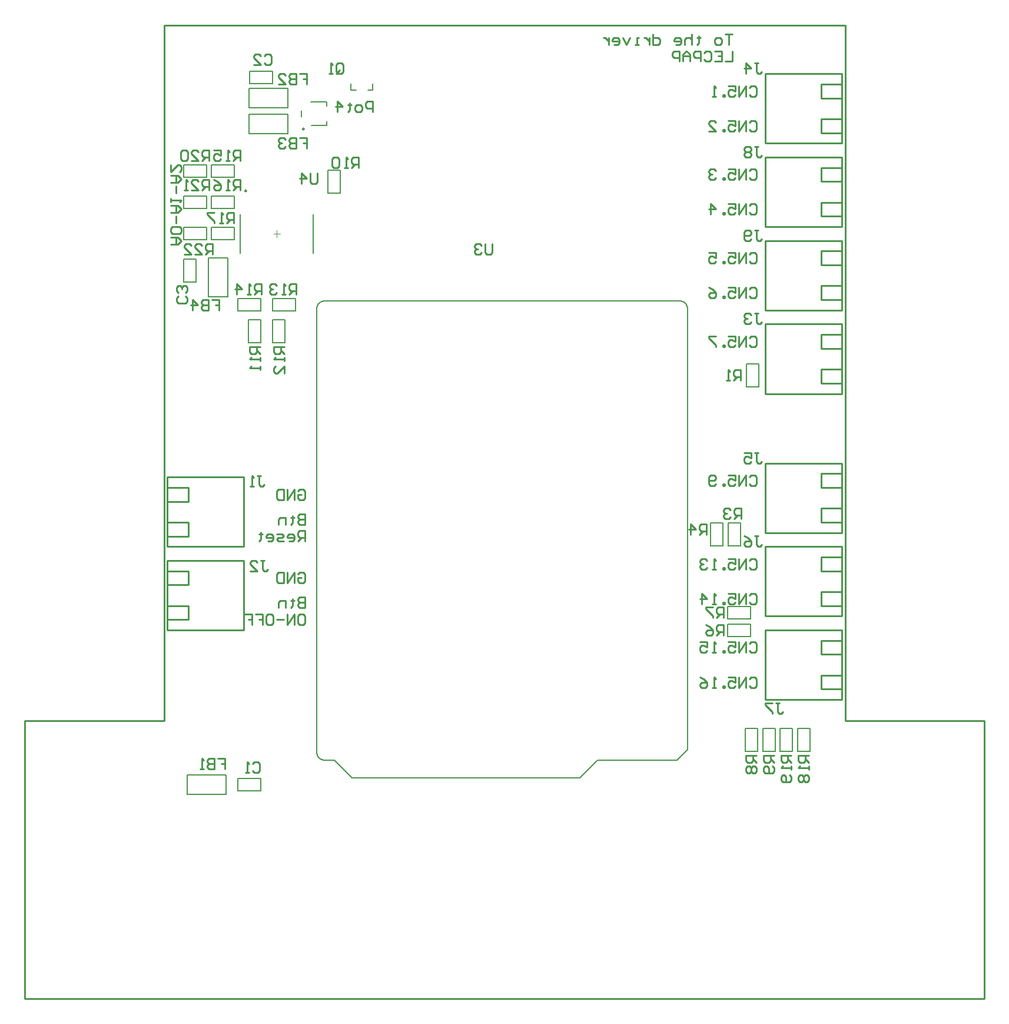
<source format=gbo>
G04 Layer_Color=32896*
%FSLAX44Y44*%
%MOMM*%
G71*
G01*
G75*
%ADD17C,0.2540*%
%ADD18C,0.1000*%
%ADD37C,0.2500*%
%ADD38C,0.2032*%
%ADD39C,0.2000*%
%ADD57C,0.1270*%
D17*
X205000Y735000D02*
X235000D01*
Y715000D02*
Y735000D01*
X205000Y715000D02*
X235000D01*
X205000Y665000D02*
X235000D01*
Y685000D01*
X205000D02*
X235000D01*
X205000Y650000D02*
Y750000D01*
X315000D01*
Y650000D02*
Y750000D01*
X205000Y650000D02*
X315000D01*
X205000Y615000D02*
X235000D01*
Y595000D02*
Y615000D01*
X205000Y595000D02*
X235000D01*
X205000Y545000D02*
X235000D01*
Y565000D01*
X205000D02*
X235000D01*
X205000Y530000D02*
Y630000D01*
X315000D01*
Y530000D02*
Y630000D01*
X205000Y530000D02*
X315000D01*
X1145000Y885000D02*
X1175000D01*
X1145000D02*
Y905000D01*
X1175000D01*
X1145000Y955000D02*
X1175000D01*
X1145000Y935000D02*
Y955000D01*
Y935000D02*
X1175000D01*
Y870000D02*
Y970000D01*
X1065000Y870000D02*
X1175000D01*
X1065000D02*
Y970000D01*
X1175000D01*
X1145000Y1245000D02*
X1175000D01*
X1145000D02*
Y1265000D01*
X1175000D01*
X1145000Y1315000D02*
X1175000D01*
X1145000Y1295000D02*
Y1315000D01*
Y1295000D02*
X1175000D01*
Y1230000D02*
Y1330000D01*
X1065000Y1230000D02*
X1175000D01*
X1065000D02*
Y1330000D01*
X1175000D01*
X1145000Y685000D02*
X1175000D01*
X1145000D02*
Y705000D01*
X1175000D01*
X1145000Y755000D02*
X1175000D01*
X1145000Y735000D02*
Y755000D01*
Y735000D02*
X1175000D01*
Y670000D02*
Y770000D01*
X1065000Y670000D02*
X1175000D01*
X1065000D02*
Y770000D01*
X1175000D01*
X1145000Y565000D02*
X1175000D01*
X1145000D02*
Y585000D01*
X1175000D01*
X1145000Y635000D02*
X1175000D01*
X1145000Y615000D02*
Y635000D01*
Y615000D02*
X1175000D01*
Y550000D02*
Y650000D01*
X1065000Y550000D02*
X1175000D01*
X1065000D02*
Y650000D01*
X1175000D01*
X1145000Y445000D02*
X1175000D01*
X1145000D02*
Y465000D01*
X1175000D01*
X1145000Y515000D02*
X1175000D01*
X1145000Y495000D02*
Y515000D01*
Y495000D02*
X1175000D01*
Y430000D02*
Y530000D01*
X1065000Y430000D02*
X1175000D01*
X1065000D02*
Y530000D01*
X1175000D01*
X1145000Y1125000D02*
X1175000D01*
X1145000D02*
Y1145000D01*
X1175000D01*
X1145000Y1195000D02*
X1175000D01*
X1145000Y1175000D02*
Y1195000D01*
Y1175000D02*
X1175000D01*
Y1110000D02*
Y1210000D01*
X1065000Y1110000D02*
X1175000D01*
X1065000D02*
Y1210000D01*
X1175000D01*
X1145000Y1005000D02*
X1175000D01*
X1145000D02*
Y1025000D01*
X1175000D01*
X1145000Y1075000D02*
X1175000D01*
X1145000Y1055000D02*
Y1075000D01*
Y1055000D02*
X1175000D01*
Y990000D02*
Y1090000D01*
X1065000Y990000D02*
X1175000D01*
X1065000D02*
Y1090000D01*
X1175000D01*
X402460Y697153D02*
Y681918D01*
X394842D01*
X392303Y684457D01*
Y686997D01*
X394842Y689536D01*
X402460D01*
X394842D01*
X392303Y692075D01*
Y694614D01*
X394842Y697153D01*
X402460D01*
X384686Y694614D02*
Y692075D01*
X387225D01*
X382147D01*
X384686D01*
Y684457D01*
X382147Y681918D01*
X374529D02*
Y692075D01*
X366912D01*
X364372Y689536D01*
Y681918D01*
X402460Y657540D02*
Y672775D01*
X394842D01*
X392303Y670236D01*
Y665158D01*
X394842Y662618D01*
X402460D01*
X397382D02*
X392303Y657540D01*
X379607D02*
X384686D01*
X387225Y660079D01*
Y665158D01*
X384686Y667697D01*
X379607D01*
X377068Y665158D01*
Y662618D01*
X387225D01*
X371990Y657540D02*
X364372D01*
X361833Y660079D01*
X364372Y662618D01*
X369451D01*
X371990Y665158D01*
X369451Y667697D01*
X361833D01*
X349137Y657540D02*
X354216D01*
X356755Y660079D01*
Y665158D01*
X354216Y667697D01*
X349137D01*
X346598Y665158D01*
Y662618D01*
X356755D01*
X338980Y670236D02*
Y667697D01*
X341520D01*
X336441D01*
X338980D01*
Y660079D01*
X336441Y657540D01*
X1017460Y1387153D02*
X1007303D01*
X1012382D01*
Y1371918D01*
X999686D02*
X994607D01*
X992068Y1374457D01*
Y1379536D01*
X994607Y1382075D01*
X999686D01*
X1002225Y1379536D01*
Y1374457D01*
X999686Y1371918D01*
X969216Y1384614D02*
Y1382075D01*
X971755D01*
X966676D01*
X969216D01*
Y1374457D01*
X966676Y1371918D01*
X959059Y1387153D02*
Y1371918D01*
Y1379536D01*
X956520Y1382075D01*
X951441D01*
X948902Y1379536D01*
Y1371918D01*
X936206D02*
X941285D01*
X943824Y1374457D01*
Y1379536D01*
X941285Y1382075D01*
X936206D01*
X933667Y1379536D01*
Y1376996D01*
X943824D01*
X903197Y1387153D02*
Y1371918D01*
X910815D01*
X913354Y1374457D01*
Y1379536D01*
X910815Y1382075D01*
X903197D01*
X898119D02*
Y1371918D01*
Y1376996D01*
X895579Y1379536D01*
X893040Y1382075D01*
X890501D01*
X882884Y1371918D02*
X877805D01*
X880344D01*
Y1382075D01*
X882884D01*
X870188D02*
X865109Y1371918D01*
X860031Y1382075D01*
X847335Y1371918D02*
X852413D01*
X854953Y1374457D01*
Y1379536D01*
X852413Y1382075D01*
X847335D01*
X844796Y1379536D01*
Y1376996D01*
X854953D01*
X839717Y1382075D02*
Y1371918D01*
Y1376996D01*
X837178Y1379536D01*
X834639Y1382075D01*
X832100D01*
X1017460Y1362775D02*
Y1347540D01*
X1007303D01*
X992068Y1362775D02*
X1002225D01*
Y1347540D01*
X992068D01*
X1002225Y1355157D02*
X997147D01*
X976833Y1360236D02*
X979372Y1362775D01*
X984451D01*
X986990Y1360236D01*
Y1350079D01*
X984451Y1347540D01*
X979372D01*
X976833Y1350079D01*
X971755Y1347540D02*
Y1362775D01*
X964137D01*
X961598Y1360236D01*
Y1355157D01*
X964137Y1352618D01*
X971755D01*
X956520Y1347540D02*
Y1357697D01*
X951441Y1362775D01*
X946363Y1357697D01*
Y1347540D01*
Y1355157D01*
X956520D01*
X941285Y1347540D02*
Y1362775D01*
X933667D01*
X931128Y1360236D01*
Y1355157D01*
X933667Y1352618D01*
X941285D01*
X402460Y577153D02*
Y561918D01*
X394842D01*
X392303Y564457D01*
Y566996D01*
X394842Y569536D01*
X402460D01*
X394842D01*
X392303Y572075D01*
Y574614D01*
X394842Y577153D01*
X402460D01*
X384686Y574614D02*
Y572075D01*
X387225D01*
X382147D01*
X384686D01*
Y564457D01*
X382147Y561918D01*
X374529D02*
Y572075D01*
X366912D01*
X364372Y569536D01*
Y561918D01*
X394842Y552775D02*
X399921D01*
X402460Y550236D01*
Y540079D01*
X399921Y537540D01*
X394842D01*
X392303Y540079D01*
Y550236D01*
X394842Y552775D01*
X387225Y537540D02*
Y552775D01*
X377068Y537540D01*
Y552775D01*
X371990Y545158D02*
X361833D01*
X349137Y552775D02*
X354216D01*
X356755Y550236D01*
Y540079D01*
X354216Y537540D01*
X349137D01*
X346598Y540079D01*
Y550236D01*
X349137Y552775D01*
X331363D02*
X341520D01*
Y545158D01*
X336441D01*
X341520D01*
Y537540D01*
X316128Y552775D02*
X326285D01*
Y545158D01*
X321206D01*
X326285D01*
Y537540D01*
X672000Y1085235D02*
Y1072539D01*
X669461Y1070000D01*
X664382D01*
X661843Y1072539D01*
Y1085235D01*
X656765Y1082696D02*
X654226Y1085235D01*
X649147D01*
X646608Y1082696D01*
Y1080157D01*
X649147Y1077617D01*
X651687D01*
X649147D01*
X646608Y1075078D01*
Y1072539D01*
X649147Y1070000D01*
X654226D01*
X656765Y1072539D01*
X420374Y1186941D02*
Y1174245D01*
X417835Y1171706D01*
X412757D01*
X410217Y1174245D01*
Y1186941D01*
X397521Y1171706D02*
Y1186941D01*
X405139Y1179324D01*
X394982D01*
X270000Y1070000D02*
Y1085235D01*
X262383D01*
X259843Y1082696D01*
Y1077618D01*
X262383Y1075078D01*
X270000D01*
X264922D02*
X259843Y1070000D01*
X244608D02*
X254765D01*
X244608Y1080157D01*
Y1082696D01*
X247147Y1085235D01*
X252226D01*
X254765Y1082696D01*
X229373Y1070000D02*
X239530D01*
X229373Y1080157D01*
Y1082696D01*
X231912Y1085235D01*
X236991D01*
X239530Y1082696D01*
X265000Y1162500D02*
Y1177735D01*
X257382D01*
X254843Y1175196D01*
Y1170117D01*
X257382Y1167578D01*
X265000D01*
X259922D02*
X254843Y1162500D01*
X239608D02*
X249765D01*
X239608Y1172657D01*
Y1175196D01*
X242147Y1177735D01*
X247226D01*
X249765Y1175196D01*
X234530Y1162500D02*
X229452D01*
X231991D01*
Y1177735D01*
X234530Y1175196D01*
X265000Y1205000D02*
Y1220235D01*
X257383D01*
X254843Y1217696D01*
Y1212618D01*
X257383Y1210078D01*
X265000D01*
X259922D02*
X254843Y1205000D01*
X239608D02*
X249765D01*
X239608Y1215157D01*
Y1217696D01*
X242147Y1220235D01*
X247226D01*
X249765Y1217696D01*
X234530D02*
X231991Y1220235D01*
X226912D01*
X224373Y1217696D01*
Y1207539D01*
X226912Y1205000D01*
X231991D01*
X234530Y1207539D01*
Y1217696D01*
X1102500Y350000D02*
X1087265D01*
Y342383D01*
X1089804Y339843D01*
X1094883D01*
X1097422Y342383D01*
Y350000D01*
Y344922D02*
X1102500Y339843D01*
Y334765D02*
Y329687D01*
Y332226D01*
X1087265D01*
X1089804Y334765D01*
X1099961Y322069D02*
X1102500Y319530D01*
Y314452D01*
X1099961Y311912D01*
X1089804D01*
X1087265Y314452D01*
Y319530D01*
X1089804Y322069D01*
X1092343D01*
X1094883Y319530D01*
Y311912D01*
X1127500Y350000D02*
X1112265D01*
Y342383D01*
X1114804Y339843D01*
X1119883D01*
X1122422Y342383D01*
Y350000D01*
Y344922D02*
X1127500Y339843D01*
Y334765D02*
Y329687D01*
Y332226D01*
X1112265D01*
X1114804Y334765D01*
Y322069D02*
X1112265Y319530D01*
Y314452D01*
X1114804Y311912D01*
X1117343D01*
X1119883Y314452D01*
X1122422Y311912D01*
X1124961D01*
X1127500Y314452D01*
Y319530D01*
X1124961Y322069D01*
X1122422D01*
X1119883Y319530D01*
X1117343Y322069D01*
X1114804D01*
X1119883Y319530D02*
Y314452D01*
X300000Y1115000D02*
Y1130235D01*
X292383D01*
X289843Y1127696D01*
Y1122618D01*
X292383Y1120078D01*
X300000D01*
X294922D02*
X289843Y1115000D01*
X284765D02*
X279687D01*
X282226D01*
Y1130235D01*
X284765Y1127696D01*
X272069Y1130235D02*
X261912D01*
Y1127696D01*
X272069Y1117539D01*
Y1115000D01*
X310000Y1162500D02*
Y1177735D01*
X302383D01*
X299843Y1175196D01*
Y1170117D01*
X302383Y1167578D01*
X310000D01*
X304922D02*
X299843Y1162500D01*
X294765D02*
X289687D01*
X292226D01*
Y1177735D01*
X294765Y1175196D01*
X271912Y1177735D02*
X276991Y1175196D01*
X282069Y1170117D01*
Y1165039D01*
X279530Y1162500D01*
X274452D01*
X271912Y1165039D01*
Y1167578D01*
X274452Y1170117D01*
X282069D01*
X310000Y1205000D02*
Y1220235D01*
X302383D01*
X299843Y1217696D01*
Y1212618D01*
X302383Y1210078D01*
X310000D01*
X304922D02*
X299843Y1205000D01*
X294765D02*
X289687D01*
X292226D01*
Y1220235D01*
X294765Y1217696D01*
X271912Y1220235D02*
X282069D01*
Y1212618D01*
X276991Y1215157D01*
X274452D01*
X271912Y1212618D01*
Y1207539D01*
X274452Y1205000D01*
X279530D01*
X282069Y1207539D01*
X340000Y1012500D02*
Y1027735D01*
X332383D01*
X329843Y1025196D01*
Y1020118D01*
X332383Y1017578D01*
X340000D01*
X334922D02*
X329843Y1012500D01*
X324765D02*
X319687D01*
X322226D01*
Y1027735D01*
X324765Y1025196D01*
X304452Y1012500D02*
Y1027735D01*
X312069Y1020118D01*
X301912D01*
X390000Y1012500D02*
Y1027735D01*
X382383D01*
X379843Y1025196D01*
Y1020118D01*
X382383Y1017578D01*
X390000D01*
X384922D02*
X379843Y1012500D01*
X374765D02*
X369687D01*
X372226D01*
Y1027735D01*
X374765Y1025196D01*
X362069D02*
X359530Y1027735D01*
X354451D01*
X351912Y1025196D01*
Y1022657D01*
X354451Y1020118D01*
X356991D01*
X354451D01*
X351912Y1017578D01*
Y1015039D01*
X354451Y1012500D01*
X359530D01*
X362069Y1015039D01*
X373000Y937000D02*
X357765D01*
Y929382D01*
X360304Y926843D01*
X365382D01*
X367922Y929382D01*
Y937000D01*
Y931922D02*
X373000Y926843D01*
Y921765D02*
Y916687D01*
Y919226D01*
X357765D01*
X360304Y921765D01*
X373000Y898912D02*
Y909069D01*
X362843Y898912D01*
X360304D01*
X357765Y901451D01*
Y906530D01*
X360304Y909069D01*
X338000Y937000D02*
X322765D01*
Y929382D01*
X325304Y926843D01*
X330382D01*
X332922Y929382D01*
Y937000D01*
Y931922D02*
X338000Y926843D01*
Y921765D02*
Y916687D01*
Y919226D01*
X322765D01*
X325304Y921765D01*
X338000Y909069D02*
Y903991D01*
Y906530D01*
X322765D01*
X325304Y909069D01*
X480000Y1195000D02*
Y1210235D01*
X472383D01*
X469843Y1207696D01*
Y1202617D01*
X472383Y1200078D01*
X480000D01*
X474922D02*
X469843Y1195000D01*
X464765D02*
X459687D01*
X462226D01*
Y1210235D01*
X464765Y1207696D01*
X452069D02*
X449530Y1210235D01*
X444451D01*
X441912Y1207696D01*
Y1197539D01*
X444451Y1195000D01*
X449530D01*
X452069Y1197539D01*
Y1207696D01*
X1077500Y350000D02*
X1062265D01*
Y342383D01*
X1064804Y339843D01*
X1069883D01*
X1072422Y342383D01*
Y350000D01*
Y344922D02*
X1077500Y339843D01*
X1074961Y334765D02*
X1077500Y332226D01*
Y327147D01*
X1074961Y324608D01*
X1064804D01*
X1062265Y327147D01*
Y332226D01*
X1064804Y334765D01*
X1067343D01*
X1069883Y332226D01*
Y324608D01*
X1052500Y350000D02*
X1037265D01*
Y342383D01*
X1039804Y339843D01*
X1044883D01*
X1047422Y342383D01*
Y350000D01*
Y344922D02*
X1052500Y339843D01*
X1039804Y334765D02*
X1037265Y332226D01*
Y327147D01*
X1039804Y324608D01*
X1042343D01*
X1044883Y327147D01*
X1047422Y324608D01*
X1049961D01*
X1052500Y327147D01*
Y332226D01*
X1049961Y334765D01*
X1047422D01*
X1044883Y332226D01*
X1042343Y334765D01*
X1039804D01*
X1044883Y332226D02*
Y327147D01*
X1005000Y547500D02*
Y562735D01*
X997383D01*
X994843Y560196D01*
Y555118D01*
X997383Y552578D01*
X1005000D01*
X999922D02*
X994843Y547500D01*
X989765Y562735D02*
X979608D01*
Y560196D01*
X989765Y550039D01*
Y547500D01*
X1005000Y522500D02*
Y537735D01*
X997383D01*
X994843Y535196D01*
Y530118D01*
X997383Y527578D01*
X1005000D01*
X999922D02*
X994843Y522500D01*
X979608Y537735D02*
X984687Y535196D01*
X989765Y530118D01*
Y525039D01*
X987226Y522500D01*
X982147D01*
X979608Y525039D01*
Y527578D01*
X982147Y530118D01*
X989765D01*
X980000Y667500D02*
Y682735D01*
X972383D01*
X969843Y680196D01*
Y675118D01*
X972383Y672578D01*
X980000D01*
X974922D02*
X969843Y667500D01*
X957147D02*
Y682735D01*
X964765Y675118D01*
X954608D01*
X1030000Y690000D02*
Y705235D01*
X1022383D01*
X1019843Y702696D01*
Y697618D01*
X1022383Y695078D01*
X1030000D01*
X1024922D02*
X1019843Y690000D01*
X1014765Y702696D02*
X1012226Y705235D01*
X1007147D01*
X1004608Y702696D01*
Y700157D01*
X1007147Y697618D01*
X1009687D01*
X1007147D01*
X1004608Y695078D01*
Y692539D01*
X1007147Y690000D01*
X1012226D01*
X1014765Y692539D01*
X1029000Y889000D02*
Y904235D01*
X1021383D01*
X1018843Y901696D01*
Y896618D01*
X1021383Y894078D01*
X1029000D01*
X1023922D02*
X1018843Y889000D01*
X1013765D02*
X1008687D01*
X1011226D01*
Y904235D01*
X1013765Y901696D01*
X447843Y1332539D02*
Y1342696D01*
X450382Y1345235D01*
X455461D01*
X458000Y1342696D01*
Y1332539D01*
X455461Y1330000D01*
X450382D01*
X452922Y1335078D02*
X447843Y1330000D01*
X450382D02*
X447843Y1332539D01*
X442765Y1330000D02*
X437687D01*
X440226D01*
Y1345235D01*
X442765Y1342696D01*
X500000Y1275000D02*
Y1290235D01*
X492383D01*
X489843Y1287696D01*
Y1282617D01*
X492383Y1280078D01*
X500000D01*
X482226Y1275000D02*
X477147D01*
X474608Y1277539D01*
Y1282617D01*
X477147Y1285157D01*
X482226D01*
X484765Y1282617D01*
Y1277539D01*
X482226Y1275000D01*
X466991Y1287696D02*
Y1285157D01*
X469530D01*
X464451D01*
X466991D01*
Y1277539D01*
X464451Y1275000D01*
X449216D02*
Y1290235D01*
X456834Y1282617D01*
X446677D01*
X1049843Y1105235D02*
X1054922D01*
X1052383D01*
Y1092539D01*
X1054922Y1090000D01*
X1057461D01*
X1060000Y1092539D01*
X1044765D02*
X1042226Y1090000D01*
X1037147D01*
X1034608Y1092539D01*
Y1102696D01*
X1037147Y1105235D01*
X1042226D01*
X1044765Y1102696D01*
Y1100157D01*
X1042226Y1097618D01*
X1034608D01*
X1049843Y1225235D02*
X1054922D01*
X1052383D01*
Y1212539D01*
X1054922Y1210000D01*
X1057461D01*
X1060000Y1212539D01*
X1044765Y1222696D02*
X1042226Y1225235D01*
X1037147D01*
X1034608Y1222696D01*
Y1220157D01*
X1037147Y1217618D01*
X1034608Y1215078D01*
Y1212539D01*
X1037147Y1210000D01*
X1042226D01*
X1044765Y1212539D01*
Y1215078D01*
X1042226Y1217618D01*
X1044765Y1220157D01*
Y1222696D01*
X1042226Y1217618D02*
X1037147D01*
X1079843Y425235D02*
X1084922D01*
X1082383D01*
Y412539D01*
X1084922Y410000D01*
X1087461D01*
X1090000Y412539D01*
X1074765Y425235D02*
X1064608D01*
Y422696D01*
X1074765Y412539D01*
Y410000D01*
X1049843Y665235D02*
X1054922D01*
X1052383D01*
Y652539D01*
X1054922Y650000D01*
X1057461D01*
X1060000Y652539D01*
X1034608Y665235D02*
X1039687Y662696D01*
X1044765Y657618D01*
Y652539D01*
X1042226Y650000D01*
X1037147D01*
X1034608Y652539D01*
Y655078D01*
X1037147Y657618D01*
X1044765D01*
X1049843Y785235D02*
X1054922D01*
X1052383D01*
Y772539D01*
X1054922Y770000D01*
X1057461D01*
X1060000Y772539D01*
X1034608Y785235D02*
X1044765D01*
Y777618D01*
X1039687Y780157D01*
X1037147D01*
X1034608Y777618D01*
Y772539D01*
X1037147Y770000D01*
X1042226D01*
X1044765Y772539D01*
X1049843Y1345235D02*
X1054922D01*
X1052383D01*
Y1332539D01*
X1054922Y1330000D01*
X1057461D01*
X1060000Y1332539D01*
X1037147Y1330000D02*
Y1345235D01*
X1044765Y1337618D01*
X1034608D01*
X1049843Y985235D02*
X1054922D01*
X1052383D01*
Y972539D01*
X1054922Y970000D01*
X1057461D01*
X1060000Y972539D01*
X1044765Y982696D02*
X1042226Y985235D01*
X1037147D01*
X1034608Y982696D01*
Y980157D01*
X1037147Y977618D01*
X1039687D01*
X1037147D01*
X1034608Y975078D01*
Y972539D01*
X1037147Y970000D01*
X1042226D01*
X1044765Y972539D01*
X338843Y630235D02*
X343922D01*
X341382D01*
Y617539D01*
X343922Y615000D01*
X346461D01*
X349000Y617539D01*
X323608Y615000D02*
X333765D01*
X323608Y625157D01*
Y627696D01*
X326147Y630235D01*
X331226D01*
X333765Y627696D01*
X333843Y752235D02*
X338922D01*
X336382D01*
Y739539D01*
X338922Y737000D01*
X341461D01*
X344000Y739539D01*
X328765Y737000D02*
X323687D01*
X326226D01*
Y752235D01*
X328765Y749696D01*
X268843Y1005235D02*
X279000D01*
Y997617D01*
X273922D01*
X279000D01*
Y990000D01*
X263765Y1005235D02*
Y990000D01*
X256147D01*
X253608Y992539D01*
Y995078D01*
X256147Y997617D01*
X263765D01*
X256147D01*
X253608Y1000157D01*
Y1002696D01*
X256147Y1005235D01*
X263765D01*
X240912Y990000D02*
Y1005235D01*
X248530Y997617D01*
X238373D01*
X394843Y1238235D02*
X405000D01*
Y1230618D01*
X399922D01*
X405000D01*
Y1223000D01*
X389765Y1238235D02*
Y1223000D01*
X382147D01*
X379608Y1225539D01*
Y1228078D01*
X382147Y1230618D01*
X389765D01*
X382147D01*
X379608Y1233157D01*
Y1235696D01*
X382147Y1238235D01*
X389765D01*
X374530Y1235696D02*
X371991Y1238235D01*
X366912D01*
X364373Y1235696D01*
Y1233157D01*
X366912Y1230618D01*
X369451D01*
X366912D01*
X364373Y1228078D01*
Y1225539D01*
X366912Y1223000D01*
X371991D01*
X374530Y1225539D01*
X394843Y1330235D02*
X405000D01*
Y1322617D01*
X399922D01*
X405000D01*
Y1315000D01*
X389765Y1330235D02*
Y1315000D01*
X382147D01*
X379608Y1317539D01*
Y1320078D01*
X382147Y1322617D01*
X389765D01*
X382147D01*
X379608Y1325157D01*
Y1327696D01*
X382147Y1330235D01*
X389765D01*
X364373Y1315000D02*
X374530D01*
X364373Y1325157D01*
Y1327696D01*
X366912Y1330235D01*
X371991D01*
X374530Y1327696D01*
X277173Y345753D02*
X287330D01*
Y338135D01*
X282252D01*
X287330D01*
Y330518D01*
X272095Y345753D02*
Y330518D01*
X264477D01*
X261938Y333057D01*
Y335596D01*
X264477Y338135D01*
X272095D01*
X264477D01*
X261938Y340675D01*
Y343214D01*
X264477Y345753D01*
X272095D01*
X256860Y330518D02*
X251782D01*
X254321D01*
Y345753D01*
X256860Y343214D01*
X230696Y1010157D02*
X233235Y1007617D01*
Y1002539D01*
X230696Y1000000D01*
X220539D01*
X218000Y1002539D01*
Y1007617D01*
X220539Y1010157D01*
X230696Y1015235D02*
X233235Y1017774D01*
Y1022853D01*
X230696Y1025392D01*
X228157D01*
X225618Y1022853D01*
Y1020313D01*
Y1022853D01*
X223078Y1025392D01*
X220539D01*
X218000Y1022853D01*
Y1017774D01*
X220539Y1015235D01*
X344429Y1355332D02*
X346968Y1357871D01*
X352047D01*
X354586Y1355332D01*
Y1345175D01*
X352047Y1342636D01*
X346968D01*
X344429Y1345175D01*
X329194Y1342636D02*
X339351D01*
X329194Y1352793D01*
Y1355332D01*
X331733Y1357871D01*
X336812D01*
X339351Y1355332D01*
X327721Y338294D02*
X330261Y340833D01*
X335339D01*
X337878Y338294D01*
Y328137D01*
X335339Y325598D01*
X330261D01*
X327721Y328137D01*
X322643Y325598D02*
X317565D01*
X320104D01*
Y340833D01*
X322643Y338294D01*
X1042343Y1310196D02*
X1044883Y1312735D01*
X1049961D01*
X1052500Y1310196D01*
Y1300039D01*
X1049961Y1297500D01*
X1044883D01*
X1042343Y1300039D01*
X1037265Y1297500D02*
Y1312735D01*
X1027108Y1297500D01*
Y1312735D01*
X1011873D02*
X1022030D01*
Y1305118D01*
X1016952Y1307657D01*
X1014412D01*
X1011873Y1305118D01*
Y1300039D01*
X1014412Y1297500D01*
X1019491D01*
X1022030Y1300039D01*
X1006795Y1297500D02*
Y1300039D01*
X1004256D01*
Y1297500D01*
X1006795D01*
X994099D02*
X989021D01*
X991560D01*
Y1312735D01*
X994099Y1310196D01*
X1042343Y1190196D02*
X1044883Y1192735D01*
X1049961D01*
X1052500Y1190196D01*
Y1180039D01*
X1049961Y1177500D01*
X1044883D01*
X1042343Y1180039D01*
X1037265Y1177500D02*
Y1192735D01*
X1027108Y1177500D01*
Y1192735D01*
X1011873D02*
X1022030D01*
Y1185118D01*
X1016952Y1187657D01*
X1014412D01*
X1011873Y1185118D01*
Y1180039D01*
X1014412Y1177500D01*
X1019491D01*
X1022030Y1180039D01*
X1006795Y1177500D02*
Y1180039D01*
X1004256D01*
Y1177500D01*
X1006795D01*
X994099Y1190196D02*
X991560Y1192735D01*
X986481D01*
X983942Y1190196D01*
Y1187657D01*
X986481Y1185118D01*
X989021D01*
X986481D01*
X983942Y1182578D01*
Y1180039D01*
X986481Y1177500D01*
X991560D01*
X994099Y1180039D01*
X1042343Y1140196D02*
X1044883Y1142735D01*
X1049961D01*
X1052500Y1140196D01*
Y1130039D01*
X1049961Y1127500D01*
X1044883D01*
X1042343Y1130039D01*
X1037265Y1127500D02*
Y1142735D01*
X1027108Y1127500D01*
Y1142735D01*
X1011873D02*
X1022030D01*
Y1135118D01*
X1016952Y1137657D01*
X1014412D01*
X1011873Y1135118D01*
Y1130039D01*
X1014412Y1127500D01*
X1019491D01*
X1022030Y1130039D01*
X1006795Y1127500D02*
Y1130039D01*
X1004256D01*
Y1127500D01*
X1006795D01*
X986481D02*
Y1142735D01*
X994099Y1135118D01*
X983942D01*
X1042343Y1070196D02*
X1044883Y1072735D01*
X1049961D01*
X1052500Y1070196D01*
Y1060039D01*
X1049961Y1057500D01*
X1044883D01*
X1042343Y1060039D01*
X1037265Y1057500D02*
Y1072735D01*
X1027108Y1057500D01*
Y1072735D01*
X1011873D02*
X1022030D01*
Y1065118D01*
X1016952Y1067657D01*
X1014412D01*
X1011873Y1065118D01*
Y1060039D01*
X1014412Y1057500D01*
X1019491D01*
X1022030Y1060039D01*
X1006795Y1057500D02*
Y1060039D01*
X1004256D01*
Y1057500D01*
X1006795D01*
X983942Y1072735D02*
X994099D01*
Y1065118D01*
X989021Y1067657D01*
X986481D01*
X983942Y1065118D01*
Y1060039D01*
X986481Y1057500D01*
X991560D01*
X994099Y1060039D01*
X1042343Y1020196D02*
X1044883Y1022735D01*
X1049961D01*
X1052500Y1020196D01*
Y1010039D01*
X1049961Y1007500D01*
X1044883D01*
X1042343Y1010039D01*
X1037265Y1007500D02*
Y1022735D01*
X1027108Y1007500D01*
Y1022735D01*
X1011873D02*
X1022030D01*
Y1015118D01*
X1016952Y1017657D01*
X1014412D01*
X1011873Y1015118D01*
Y1010039D01*
X1014412Y1007500D01*
X1019491D01*
X1022030Y1010039D01*
X1006795Y1007500D02*
Y1010039D01*
X1004256D01*
Y1007500D01*
X1006795D01*
X983942Y1022735D02*
X989021Y1020196D01*
X994099Y1015118D01*
Y1010039D01*
X991560Y1007500D01*
X986481D01*
X983942Y1010039D01*
Y1012578D01*
X986481Y1015118D01*
X994099D01*
X1042343Y950196D02*
X1044883Y952735D01*
X1049961D01*
X1052500Y950196D01*
Y940039D01*
X1049961Y937500D01*
X1044883D01*
X1042343Y940039D01*
X1037265Y937500D02*
Y952735D01*
X1027108Y937500D01*
Y952735D01*
X1011873D02*
X1022030D01*
Y945118D01*
X1016952Y947657D01*
X1014412D01*
X1011873Y945118D01*
Y940039D01*
X1014412Y937500D01*
X1019491D01*
X1022030Y940039D01*
X1006795Y937500D02*
Y940039D01*
X1004256D01*
Y937500D01*
X1006795D01*
X994099Y952735D02*
X983942D01*
Y950196D01*
X994099Y940039D01*
Y937500D01*
X1042343Y750196D02*
X1044883Y752735D01*
X1049961D01*
X1052500Y750196D01*
Y740039D01*
X1049961Y737500D01*
X1044883D01*
X1042343Y740039D01*
X1037265Y737500D02*
Y752735D01*
X1027108Y737500D01*
Y752735D01*
X1011873D02*
X1022030D01*
Y745118D01*
X1016952Y747657D01*
X1014412D01*
X1011873Y745118D01*
Y740039D01*
X1014412Y737500D01*
X1019491D01*
X1022030Y740039D01*
X1006795Y737500D02*
Y740039D01*
X1004256D01*
Y737500D01*
X1006795D01*
X994099Y740039D02*
X991560Y737500D01*
X986481D01*
X983942Y740039D01*
Y750196D01*
X986481Y752735D01*
X991560D01*
X994099Y750196D01*
Y747657D01*
X991560Y745118D01*
X983942D01*
X1042343Y630196D02*
X1044883Y632735D01*
X1049961D01*
X1052500Y630196D01*
Y620039D01*
X1049961Y617500D01*
X1044883D01*
X1042343Y620039D01*
X1037265Y617500D02*
Y632735D01*
X1027108Y617500D01*
Y632735D01*
X1011873D02*
X1022030D01*
Y625118D01*
X1016952Y627657D01*
X1014412D01*
X1011873Y625118D01*
Y620039D01*
X1014412Y617500D01*
X1019491D01*
X1022030Y620039D01*
X1006795Y617500D02*
Y620039D01*
X1004256D01*
Y617500D01*
X1006795D01*
X994099D02*
X989021D01*
X991560D01*
Y632735D01*
X994099Y630196D01*
X981403D02*
X978864Y632735D01*
X973785D01*
X971246Y630196D01*
Y627657D01*
X973785Y625118D01*
X976325D01*
X973785D01*
X971246Y622578D01*
Y620039D01*
X973785Y617500D01*
X978864D01*
X981403Y620039D01*
X1042343Y580196D02*
X1044883Y582735D01*
X1049961D01*
X1052500Y580196D01*
Y570039D01*
X1049961Y567500D01*
X1044883D01*
X1042343Y570039D01*
X1037265Y567500D02*
Y582735D01*
X1027108Y567500D01*
Y582735D01*
X1011873D02*
X1022030D01*
Y575118D01*
X1016952Y577657D01*
X1014412D01*
X1011873Y575118D01*
Y570039D01*
X1014412Y567500D01*
X1019491D01*
X1022030Y570039D01*
X1006795Y567500D02*
Y570039D01*
X1004256D01*
Y567500D01*
X1006795D01*
X994099D02*
X989021D01*
X991560D01*
Y582735D01*
X994099Y580196D01*
X973785Y567500D02*
Y582735D01*
X981403Y575118D01*
X971246D01*
X1042343Y510196D02*
X1044883Y512735D01*
X1049961D01*
X1052500Y510196D01*
Y500039D01*
X1049961Y497500D01*
X1044883D01*
X1042343Y500039D01*
X1037265Y497500D02*
Y512735D01*
X1027108Y497500D01*
Y512735D01*
X1011873D02*
X1022030D01*
Y505118D01*
X1016952Y507657D01*
X1014412D01*
X1011873Y505118D01*
Y500039D01*
X1014412Y497500D01*
X1019491D01*
X1022030Y500039D01*
X1006795Y497500D02*
Y500039D01*
X1004256D01*
Y497500D01*
X1006795D01*
X994099D02*
X989021D01*
X991560D01*
Y512735D01*
X994099Y510196D01*
X971246Y512735D02*
X981403D01*
Y505118D01*
X976325Y507657D01*
X973785D01*
X971246Y505118D01*
Y500039D01*
X973785Y497500D01*
X978864D01*
X981403Y500039D01*
X1042343Y460196D02*
X1044883Y462735D01*
X1049961D01*
X1052500Y460196D01*
Y450039D01*
X1049961Y447500D01*
X1044883D01*
X1042343Y450039D01*
X1037265Y447500D02*
Y462735D01*
X1027108Y447500D01*
Y462735D01*
X1011873D02*
X1022030D01*
Y455118D01*
X1016952Y457657D01*
X1014412D01*
X1011873Y455118D01*
Y450039D01*
X1014412Y447500D01*
X1019491D01*
X1022030Y450039D01*
X1006795Y447500D02*
Y450039D01*
X1004256D01*
Y447500D01*
X1006795D01*
X994099D02*
X989021D01*
X991560D01*
Y462735D01*
X994099Y460196D01*
X971246Y462735D02*
X976325Y460196D01*
X981403Y455118D01*
Y450039D01*
X978864Y447500D01*
X973785D01*
X971246Y450039D01*
Y452578D01*
X973785Y455118D01*
X981403D01*
X210000Y1085000D02*
X220157D01*
X225235Y1090078D01*
X220157Y1095157D01*
X210000D01*
X217617D01*
Y1085000D01*
X222696Y1100235D02*
X225235Y1102774D01*
Y1107853D01*
X222696Y1110392D01*
X212539D01*
X210000Y1107853D01*
Y1102774D01*
X212539Y1100235D01*
X222696D01*
X217617Y1115470D02*
Y1125627D01*
X210000Y1130705D02*
X220157D01*
X225235Y1135784D01*
X220157Y1140862D01*
X210000D01*
X217617D01*
Y1130705D01*
X210000Y1145940D02*
Y1151019D01*
Y1148480D01*
X225235D01*
X222696Y1145940D01*
X217617Y1158636D02*
Y1168793D01*
X210000Y1173871D02*
X220157D01*
X225235Y1178950D01*
X220157Y1184028D01*
X210000D01*
X217617D01*
Y1173871D01*
X210000Y1199263D02*
Y1189106D01*
X220157Y1199263D01*
X222696D01*
X225235Y1196724D01*
Y1191646D01*
X222696Y1189106D01*
X392343Y730196D02*
X394883Y732735D01*
X399961D01*
X402500Y730196D01*
Y720039D01*
X399961Y717500D01*
X394883D01*
X392343Y720039D01*
Y725117D01*
X397422D01*
X387265Y717500D02*
Y732735D01*
X377108Y717500D01*
Y732735D01*
X372030D02*
Y717500D01*
X364412D01*
X361873Y720039D01*
Y730196D01*
X364412Y732735D01*
X372030D01*
X392343Y610196D02*
X394883Y612735D01*
X399961D01*
X402500Y610196D01*
Y600039D01*
X399961Y597500D01*
X394883D01*
X392343Y600039D01*
Y605117D01*
X397422D01*
X387265Y597500D02*
Y612735D01*
X377108Y597500D01*
Y612735D01*
X372030D02*
Y597500D01*
X364412D01*
X361873Y600039D01*
Y610196D01*
X364412Y612735D01*
X372030D01*
X1042343Y1260196D02*
X1044883Y1262735D01*
X1049961D01*
X1052500Y1260196D01*
Y1250039D01*
X1049961Y1247500D01*
X1044883D01*
X1042343Y1250039D01*
X1037265Y1247500D02*
Y1262735D01*
X1027108Y1247500D01*
Y1262735D01*
X1011873D02*
X1022030D01*
Y1255118D01*
X1016952Y1257657D01*
X1014412D01*
X1011873Y1255118D01*
Y1250039D01*
X1014412Y1247500D01*
X1019491D01*
X1022030Y1250039D01*
X1006795Y1247500D02*
Y1250039D01*
X1004256D01*
Y1247500D01*
X1006795D01*
X983942D02*
X994099D01*
X983942Y1257657D01*
Y1260196D01*
X986481Y1262735D01*
X991560D01*
X994099Y1260196D01*
X200000Y1400000D02*
X1180000D01*
Y400000D02*
X1380000D01*
X200000D02*
Y1400000D01*
X0Y400000D02*
X200000D01*
X0Y0D02*
Y400000D01*
Y-0D02*
X1380000D01*
X1180000Y400000D02*
Y1400000D01*
X1380000Y0D02*
Y400000D01*
D18*
X357500Y1100000D02*
X367500D01*
X362500Y1095000D02*
Y1105000D01*
D37*
X318800Y1161650D02*
G03*
X318800Y1161650I-1250J0D01*
G01*
X401750Y1250500D02*
G03*
X401750Y1250500I-1250J0D01*
G01*
D38*
X1086110Y355990D02*
X1103890D01*
X1086110D02*
Y389010D01*
X1103890D01*
Y355990D02*
Y389010D01*
X1111110D02*
X1128890D01*
Y355990D02*
Y389010D01*
X1111110Y355990D02*
X1128890D01*
X1111110D02*
Y389010D01*
X1061110Y355990D02*
X1078890D01*
X1061110D02*
Y389010D01*
X1078890D01*
Y355990D02*
Y389010D01*
X1036110D02*
X1053890D01*
Y355990D02*
Y389010D01*
X1036110Y355990D02*
X1053890D01*
X1036110D02*
Y389010D01*
X1010990Y546110D02*
Y563890D01*
X1044010D01*
Y546110D02*
Y563890D01*
X1010990Y546110D02*
X1044010D01*
Y521110D02*
Y538890D01*
X1010990Y521110D02*
X1044010D01*
X1010990D02*
Y538890D01*
X1044010D01*
X986110Y684010D02*
X1003890D01*
Y650990D02*
Y684010D01*
X986110Y650990D02*
X1003890D01*
X986110D02*
Y684010D01*
X1011110Y650990D02*
X1028890D01*
X1011110D02*
Y684010D01*
X1028890D01*
Y650990D02*
Y684010D01*
X1038110Y879490D02*
X1055890D01*
X1038110D02*
Y912510D01*
X1055890D01*
Y879490D02*
Y912510D01*
X469000Y1306500D02*
X476000D01*
X233060Y294030D02*
Y321970D01*
X288940D01*
X233060Y294030D02*
X288940D01*
Y321970D01*
X356010Y1316110D02*
Y1333890D01*
X322990Y1316110D02*
X356010D01*
X322990Y1333890D02*
X356010D01*
X322990Y1316110D02*
Y1333890D01*
X306490Y299110D02*
Y316890D01*
X339510D01*
X306490Y299110D02*
X339510D01*
Y316890D01*
X377940Y1243530D02*
Y1271470D01*
X322060Y1243530D02*
X377940D01*
X322060Y1271470D02*
X377940D01*
X322060Y1243530D02*
Y1271470D01*
X377940Y1281030D02*
Y1308970D01*
X322060Y1281030D02*
X377940D01*
X322060Y1308970D02*
X377940D01*
X322060Y1281030D02*
Y1308970D01*
X263530Y1009560D02*
X291470D01*
X263530D02*
Y1065440D01*
X291470Y1009560D02*
Y1065440D01*
X263530D02*
X291470D01*
X228110Y1030490D02*
X245890D01*
X228110D02*
Y1063510D01*
X245890Y1030490D02*
Y1063510D01*
X228110D02*
X245890D01*
X305990Y988610D02*
Y1006390D01*
X339010D01*
Y988610D02*
Y1006390D01*
X305990Y988610D02*
X339010D01*
X389010D02*
Y1006390D01*
X355990Y988610D02*
X389010D01*
X355990D02*
Y1006390D01*
X389010D01*
X321110Y943490D02*
X338890D01*
X321110D02*
Y976510D01*
X338890D01*
Y943490D02*
Y976510D01*
X356110Y943490D02*
X373890D01*
X356110D02*
Y976510D01*
X373890D01*
Y943490D02*
Y976510D01*
X301510Y1181110D02*
Y1198890D01*
X268490Y1181110D02*
X301510D01*
X268490D02*
Y1198890D01*
X301510D01*
Y1136110D02*
Y1153890D01*
X268490Y1136110D02*
X301510D01*
X268490D02*
Y1153890D01*
X301510D01*
Y1091110D02*
Y1108890D01*
X268490Y1091110D02*
X301510D01*
X268490D02*
Y1108890D01*
X301510D01*
X261510Y1091110D02*
Y1108890D01*
X228490Y1091110D02*
X261510D01*
X228490D02*
Y1108890D01*
X261510D01*
Y1181110D02*
Y1198890D01*
X228490Y1181110D02*
X261510D01*
X228490D02*
Y1198890D01*
X261510D01*
Y1136110D02*
Y1153890D01*
X228490Y1136110D02*
X261510D01*
X228490D02*
Y1153890D01*
X261510D01*
X436110Y1158490D02*
X453890D01*
X436110D02*
Y1191510D01*
X453890D01*
Y1158490D02*
Y1191510D01*
D39*
X415000Y1071750D02*
Y1128250D01*
X310000Y1071750D02*
Y1128250D01*
X493000Y1306500D02*
X500000D01*
Y1316000D01*
X469000Y1306500D02*
Y1316000D01*
X397736Y1268500D02*
Y1276500D01*
X434000Y1283750D02*
Y1289500D01*
X411500D02*
X434000D01*
X411750Y1255500D02*
X434000D01*
Y1261250D01*
D57*
X937751Y343205D02*
X952986Y358440D01*
X823492Y343205D02*
X937751D01*
X798101Y317814D02*
X823492Y343205D01*
X470768Y317814D02*
X798101D01*
X445377Y343205D02*
X470768Y317814D01*
X429931Y343205D02*
X445377D01*
X427392Y343628D02*
X429931Y343205D01*
X425064Y344474D02*
X427392Y343628D01*
X422948Y346167D02*
X425064Y344474D01*
X421256Y348283D02*
X422948Y346167D01*
X420409Y350611D02*
X421256Y348283D01*
X419986Y353150D02*
X420409Y350611D01*
X419986Y353150D02*
Y993215D01*
X420409Y995754D01*
X421256Y998082D01*
X422948Y1000198D01*
X425064Y1001890D01*
X427392Y1002737D01*
X429931Y1003160D01*
X942830D01*
X945580Y1002737D01*
X947908Y1001890D01*
X950024Y1000198D01*
X951505Y998082D01*
X952563Y995754D01*
X952986Y993215D01*
Y358440D02*
Y993215D01*
M02*

</source>
